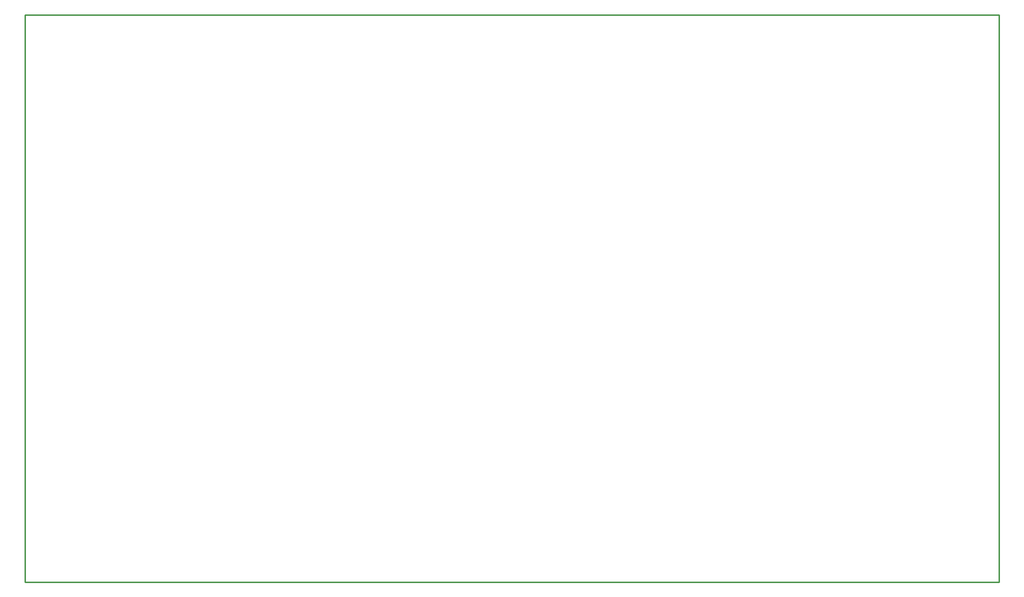
<source format=gko>
%FSLAX25Y25*%
%MOIN*%
G70*
G01*
G75*
G04 Layer_Color=16711935*
%ADD10R,0.03150X0.04724*%
%ADD11R,0.06693X0.04921*%
G04:AMPARAMS|DCode=12|XSize=70.87mil|YSize=57.09mil|CornerRadius=0mil|HoleSize=0mil|Usage=FLASHONLY|Rotation=180.000|XOffset=0mil|YOffset=0mil|HoleType=Round|Shape=Octagon|*
%AMOCTAGOND12*
4,1,8,-0.03543,0.01427,-0.03543,-0.01427,-0.02116,-0.02854,0.02116,-0.02854,0.03543,-0.01427,0.03543,0.01427,0.02116,0.02854,-0.02116,0.02854,-0.03543,0.01427,0.0*
%
%ADD12OCTAGOND12*%

G04:AMPARAMS|DCode=13|XSize=59.06mil|YSize=31.5mil|CornerRadius=0mil|HoleSize=0mil|Usage=FLASHONLY|Rotation=180.000|XOffset=0mil|YOffset=0mil|HoleType=Round|Shape=Octagon|*
%AMOCTAGOND13*
4,1,8,-0.02953,0.00787,-0.02953,-0.00787,-0.02165,-0.01575,0.02165,-0.01575,0.02953,-0.00787,0.02953,0.00787,0.02165,0.01575,-0.02165,0.01575,-0.02953,0.00787,0.0*
%
%ADD13OCTAGOND13*%

%ADD14R,0.05906X0.03150*%
G04:AMPARAMS|DCode=15|XSize=70.87mil|YSize=43.31mil|CornerRadius=0mil|HoleSize=0mil|Usage=FLASHONLY|Rotation=270.000|XOffset=0mil|YOffset=0mil|HoleType=Round|Shape=Octagon|*
%AMOCTAGOND15*
4,1,8,-0.01083,-0.03543,0.01083,-0.03543,0.02165,-0.02461,0.02165,0.02461,0.01083,0.03543,-0.01083,0.03543,-0.02165,0.02461,-0.02165,-0.02461,-0.01083,-0.03543,0.0*
%
%ADD15OCTAGOND15*%

%ADD16O,0.05906X0.03937*%
%ADD17R,0.05906X0.03937*%
%ADD18O,0.03937X0.05906*%
%ADD19R,0.04921X0.06693*%
%ADD20R,0.05118X0.04134*%
G04:AMPARAMS|DCode=21|XSize=47.24mil|YSize=39.37mil|CornerRadius=0mil|HoleSize=0mil|Usage=FLASHONLY|Rotation=270.000|XOffset=0mil|YOffset=0mil|HoleType=Round|Shape=Octagon|*
%AMOCTAGOND21*
4,1,8,-0.00984,-0.02362,0.00984,-0.02362,0.01969,-0.01378,0.01969,0.01378,0.00984,0.02362,-0.00984,0.02362,-0.01969,0.01378,-0.01969,-0.01378,-0.00984,-0.02362,0.0*
%
%ADD21OCTAGOND21*%

G04:AMPARAMS|DCode=22|XSize=39.37mil|YSize=25.59mil|CornerRadius=0mil|HoleSize=0mil|Usage=FLASHONLY|Rotation=270.000|XOffset=0mil|YOffset=0mil|HoleType=Round|Shape=Octagon|*
%AMOCTAGOND22*
4,1,8,-0.00640,-0.01969,0.00640,-0.01969,0.01280,-0.01329,0.01280,0.01329,0.00640,0.01969,-0.00640,0.01969,-0.01280,0.01329,-0.01280,-0.01329,-0.00640,-0.01969,0.0*
%
%ADD22OCTAGOND22*%

G04:AMPARAMS|DCode=23|XSize=39.37mil|YSize=19.69mil|CornerRadius=0mil|HoleSize=0mil|Usage=FLASHONLY|Rotation=270.000|XOffset=0mil|YOffset=0mil|HoleType=Round|Shape=Octagon|*
%AMOCTAGOND23*
4,1,8,-0.00492,-0.01969,0.00492,-0.01969,0.00984,-0.01476,0.00984,0.01476,0.00492,0.01969,-0.00492,0.01969,-0.00984,0.01476,-0.00984,-0.01476,-0.00492,-0.01969,0.0*
%
%ADD23OCTAGOND23*%

%ADD24R,0.04134X0.05118*%
%ADD25R,0.07874X0.23622*%
%ADD26R,0.09055X0.04685*%
%ADD27R,0.30299X0.25598*%
%ADD28R,0.04724X0.03150*%
%ADD29R,0.01969X0.09843*%
%ADD30R,0.07874X0.09843*%
%ADD31O,0.00984X0.06102*%
%ADD32O,0.06102X0.00984*%
%ADD33O,0.04134X0.02165*%
%ADD34R,0.04134X0.02165*%
%ADD35C,0.02000*%
%ADD36C,0.01000*%
%ADD37C,0.00787*%
%ADD38C,0.03937*%
%ADD39C,0.01732*%
%ADD40C,0.01181*%
%ADD41C,0.01575*%
%ADD42C,0.19685*%
%ADD43R,0.11811X0.11811*%
%ADD44C,0.11811*%
%ADD45R,0.05906X0.05906*%
%ADD46C,0.05906*%
%ADD47R,0.05906X0.05906*%
%ADD48R,0.06890X0.06890*%
%ADD49C,0.06890*%
%ADD50C,0.06496*%
%ADD51C,0.07874*%
%ADD52O,0.09843X0.07874*%
%ADD53R,0.04921X0.04921*%
%ADD54C,0.04921*%
%ADD55R,0.04724X0.04724*%
%ADD56C,0.04724*%
%ADD57C,0.03937*%
%ADD58C,0.08858*%
%ADD59R,0.08858X0.08858*%
%ADD60C,0.15748*%
%ADD61C,0.05000*%
%ADD62C,0.02701*%
G04:AMPARAMS|DCode=63|XSize=39.37mil|YSize=25.59mil|CornerRadius=0mil|HoleSize=0mil|Usage=FLASHONLY|Rotation=180.000|XOffset=0mil|YOffset=0mil|HoleType=Round|Shape=Octagon|*
%AMOCTAGOND63*
4,1,8,-0.01969,0.00640,-0.01969,-0.00640,-0.01329,-0.01280,0.01329,-0.01280,0.01969,-0.00640,0.01969,0.00640,0.01329,0.01280,-0.01329,0.01280,-0.01969,0.00640,0.0*
%
%ADD63OCTAGOND63*%

G04:AMPARAMS|DCode=64|XSize=39.37mil|YSize=19.69mil|CornerRadius=0mil|HoleSize=0mil|Usage=FLASHONLY|Rotation=180.000|XOffset=0mil|YOffset=0mil|HoleType=Round|Shape=Octagon|*
%AMOCTAGOND64*
4,1,8,-0.01969,0.00492,-0.01969,-0.00492,-0.01476,-0.00984,0.01476,-0.00984,0.01969,-0.00492,0.01969,0.00492,0.01476,0.00984,-0.01476,0.00984,-0.01969,0.00492,0.0*
%
%ADD64OCTAGOND64*%

%ADD65R,0.04724X0.09449*%
%ADD66R,0.04724X0.04724*%
%ADD67R,0.07874X0.07874*%
%ADD68R,0.11000X0.15000*%
%ADD69C,0.02362*%
%ADD70C,0.00984*%
%ADD71C,0.00197*%
%ADD72C,0.00394*%
%ADD73C,0.00591*%
%ADD74C,0.06200*%
D36*
X0Y0D02*
Y393701D01*
Y0D02*
X675500D01*
X0Y393701D02*
X675500D01*
Y0D02*
Y393701D01*
M02*

</source>
